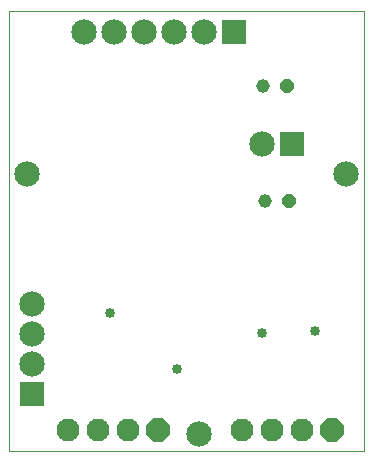
<source format=gbs>
G04*
G04 #@! TF.GenerationSoftware,Altium Limited,Altium Designer,20.1.11 (218)*
G04*
G04 Layer_Color=16711935*
%FSLAX44Y44*%
%MOMM*%
G71*
G04*
G04 #@! TF.SameCoordinates,7590A8BC-6F61-42B1-8E90-CD4C0DD3AB11*
G04*
G04*
G04 #@! TF.FilePolarity,Negative*
G04*
G01*
G75*
%ADD15C,0.1000*%
%ADD44C,2.1500*%
%ADD45R,2.1500X2.1500*%
%ADD46C,1.9500*%
%ADD47P,2.1107X8X202.5*%
%ADD48P,1.2448X8X202.5*%
%ADD49C,1.1500*%
%ADD50R,2.1500X2.1500*%
%ADD51C,0.8500*%
D15*
X0Y0D02*
X300000D01*
X0D02*
Y372500D01*
X300000Y0D02*
Y372500D01*
X0D02*
X300000D01*
D44*
X160750Y14998D02*
D03*
X15000Y235000D02*
D03*
X285000D02*
D03*
X63400Y355000D02*
D03*
X139600D02*
D03*
X165000D02*
D03*
X114200D02*
D03*
X88800D02*
D03*
X213800Y260000D02*
D03*
X19000Y99700D02*
D03*
Y74300D02*
D03*
Y125100D02*
D03*
D45*
X190400Y355000D02*
D03*
X239200Y260000D02*
D03*
D46*
X49164Y18000D02*
D03*
X74564D02*
D03*
X99964D02*
D03*
X196900D02*
D03*
X222300D02*
D03*
X247700D02*
D03*
D47*
X125364D02*
D03*
X273100D02*
D03*
D48*
X236500Y212000D02*
D03*
X235000Y309000D02*
D03*
D49*
X216500Y212000D02*
D03*
X215000Y309000D02*
D03*
D50*
X19000Y48900D02*
D03*
D51*
X258400Y101750D02*
D03*
X85000Y116750D02*
D03*
X142000Y70000D02*
D03*
X213500Y100407D02*
D03*
M02*

</source>
